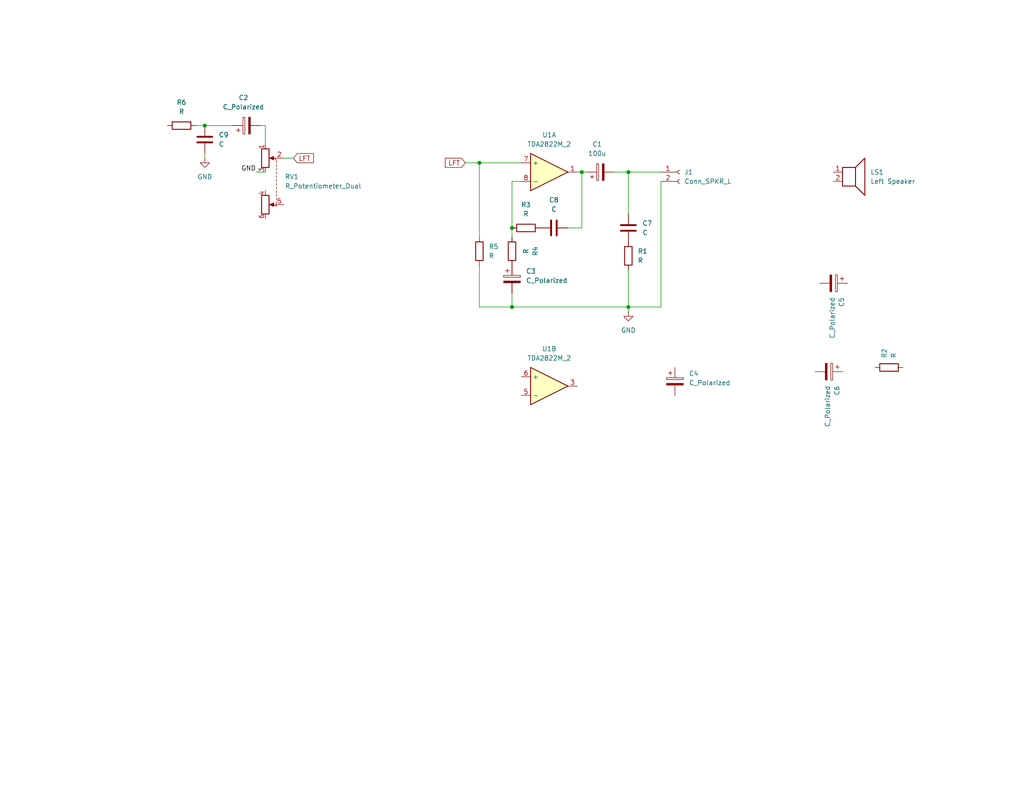
<source format=kicad_sch>
(kicad_sch (version 20250114) (generator "eeschema") (generator_version "9.0")
  (paper "USLetter")
  (title_block (title "Audio Amplifier") (date "2025-12-07") (rev "v1") (comment 1 "Alex B.") (comment 2 "Alexander"))
  (lib_symbols
    (symbol "Alexander Symbols Library:TDA2822M_2"
      (property "Reference" "U" (at 0 5.08 0))
      (property "Value" "TDA2822M_2" (at 0 -5.08 0))
      (symbol "TDA2822M_2_1_1"
        (polyline (pts (xy -5.08 5.08) (xy 5.08 0) (xy -5.08 -5.08) (xy -5.08 5.08)) (stroke (width 0.254)) (fill (type background)))
        (pin input line (at -7.62 2.54 0) (length 2.54) (name "+") (number "7"))
        (pin input line (at -7.62 -2.54 0) (length 2.54) (name "-") (number "8"))
        (pin output line (at 7.62 0 180) (length 2.54) (name "~") (number "1"))
      )
      (symbol "TDA2822M_2_2_1"
        (polyline (pts (xy -5.08 5.08) (xy 5.08 0) (xy -5.08 -5.08) (xy -5.08 5.08)) (stroke (width 0.254)) (fill (type background)))
        (pin input line (at -7.62 2.54 0) (length 2.54) (name "+") (number "6"))
        (pin input line (at -7.62 -2.54 0) (length 2.54) (name "-") (number "5"))
        (pin output line (at 7.62 0 180) (length 2.54) (name "~") (number "3"))
      )
    )
    (symbol "Connector:Conn_01x02_Socket" (pin_names (offset 1.016) (hide yes))
      (property "Reference" "J" (at 0 2.54 0))
      (property "Value" "Conn_01x02_Socket" (at 0 -5.08 0))
      (symbol "Conn_01x02_Socket_1_1"
        (polyline (pts (xy -1.27 0) (xy -0.508 0)) (stroke (width 0.1524)))
        (polyline (pts (xy -1.27 -2.54) (xy -0.508 -2.54)) (stroke (width 0.1524)))
        (arc (start 0 -0.508) (mid -0.5058 0) (end 0 0.508) (stroke (width 0.1524)))
        (arc (start 0 -3.048) (mid -0.5058 -2.54) (end 0 -2.032) (stroke (width 0.1524)))
        (pin passive line (at -5.08 0 0) (length 3.81) (name "Pin_1") (number "1"))
        (pin passive line (at -5.08 -2.54 0) (length 3.81) (name "Pin_2") (number "2"))
      )
    )
    (symbol "Device:C" (pin_numbers (hide yes)) (pin_names (offset 0.254))
      (property "Reference" "C" (at 0.635 2.54 0))
      (property "Value" "C" (at 0.635 -2.54 0))
      (symbol "C_0_1"
        (polyline (pts (xy -2.032 0.762) (xy 2.032 0.762)) (stroke (width 0.508)))
        (polyline (pts (xy -2.032 -0.762) (xy 2.032 -0.762)) (stroke (width 0.508)))
      )
      (symbol "C_1_1"
        (pin passive line (at 0 3.81 270) (length 2.794) (name "~") (number "1"))
        (pin passive line (at 0 -3.81 90) (length 2.794) (name "~") (number "2"))
      )
    )
    (symbol "Device:C_Polarized" (pin_numbers (hide yes)) (pin_names (offset 0.254))
      (property "Reference" "C" (at 0.635 2.54 0))
      (property "Value" "C_Polarized" (at 0.635 -2.54 0))
      (symbol "C_Polarized_0_1"
        (rectangle (start -2.286 0.508) (end 2.286 1.016))
        (polyline (pts (xy -1.778 2.286) (xy -0.762 2.286)))
        (polyline (pts (xy -1.27 2.794) (xy -1.27 1.778)))
        (rectangle (start 2.286 -0.508) (end -2.286 -1.016) (fill (type outline)))
      )
      (symbol "C_Polarized_1_1"
        (pin passive line (at 0 3.81 270) (length 2.794) (name "~") (number "1"))
        (pin passive line (at 0 -3.81 90) (length 2.794) (name "~") (number "2"))
      )
    )
    (symbol "Device:R" (pin_numbers (hide yes)) (pin_names (offset 0))
      (property "Reference" "R" (at 2.032 0 90))
      (property "Value" "R" (at 0 0 90))
      (symbol "R_0_1"
        (rectangle (start -1.016 -2.54) (end 1.016 2.54) (stroke (width 0.254)))
      )
      (symbol "R_1_1"
        (pin passive line (at 0 3.81 270) (length 1.27) (name "~") (number "1"))
        (pin passive line (at 0 -3.81 90) (length 1.27) (name "~") (number "2"))
      )
    )
    (symbol "Device:R_Potentiometer_Dual" (pin_names (offset 1.016) (hide yes))
      (property "Reference" "RV" (at 0 3.81 0))
      (property "Value" "R_Potentiometer_Dual" (at 0 1.905 0))
      (symbol "R_Potentiometer_Dual_0_1"
        (rectangle (start -8.89 -1.524) (end -3.81 -3.556) (stroke (width 0.254)))
        (polyline (pts (xy -6.35 0) (xy -6.35 -1.016)))
        (polyline (pts (xy -6.35 0) (xy -6.35 -1.016)))
        (polyline (pts (xy -6.35 0) (xy -5.842 0.508)))
        (polyline (pts (xy -6.35 -1.397) (xy -6.858 -0.254) (xy -5.842 -0.254) (xy -6.35 -1.397)) (fill (type outline)))
        (polyline (pts (xy -5.588 0.508) (xy -5.08 0.508)))
        (polyline (pts (xy -4.572 0.508) (xy -4.064 0.508)))
        (polyline (pts (xy -3.556 0.508) (xy -3.048 0.508)))
        (polyline (pts (xy -2.54 0.508) (xy -2.032 0.508)))
        (polyline (pts (xy -1.524 0.508) (xy -1.016 0.508)))
        (polyline (pts (xy -0.508 0.508) (xy 0 0.508)))
        (polyline (pts (xy 0.508 0.508) (xy 1.016 0.508)))
        (polyline (pts (xy 1.524 0.508) (xy 2.032 0.508)))
        (polyline (pts (xy 2.54 0.508) (xy 3.048 0.508)))
        (polyline (pts (xy 3.556 0.508) (xy 4.064 0.508)))
        (rectangle (start 3.81 -1.524) (end 8.89 -3.556) (stroke (width 0.254)))
        (polyline (pts (xy 4.572 0.508) (xy 5.08 0.508)))
        (polyline (pts (xy 5.588 0.508) (xy 6.096 0.508)))
        (polyline (pts (xy 6.35 0) (xy 6.35 -1.016)))
        (polyline (pts (xy 6.35 0) (xy 6.35 -1.016)))
        (polyline (pts (xy 6.35 -1.397) (xy 5.842 -0.254) (xy 6.858 -0.254) (xy 6.35 -1.397)) (fill (type outline)))
        (polyline (pts (xy 6.604 0.508) (xy 6.858 0.508) (xy 6.35 0)))
      )
      (symbol "R_Potentiometer_Dual_1_1"
        (pin passive line (at -10.16 -2.54 0) (length 1.27) (name "1") (number "1"))
        (pin passive line (at -6.35 2.54 270) (length 2.54) (name "2") (number "2"))
        (pin passive line (at -2.54 -2.54 180) (length 1.27) (name "3") (number "3"))
        (pin passive line (at 2.54 -2.54 0) (length 1.27) (name "4") (number "4"))
        (pin passive line (at 6.35 2.54 270) (length 2.54) (name "5") (number "5"))
        (pin passive line (at 10.16 -2.54 180) (length 1.27) (name "6") (number "6"))
      )
    )
    (symbol "Device:Speaker" (pin_names (offset 0) (hide yes))
      (property "Reference" "LS" (at 1.27 5.715 0))
      (property "Value" "Speaker" (at 1.27 3.81 0))
      (symbol "Speaker_0_0"
        (rectangle (start -2.54 1.27) (end 1.016 -3.81) (stroke (width 0.254)))
        (polyline (pts (xy 1.016 1.27) (xy 3.556 3.81) (xy 3.556 -6.35) (xy 1.016 -3.81)) (stroke (width 0.254)))
      )
      (symbol "Speaker_1_1"
        (pin input line (at -5.08 0 0) (length 2.54) (name "1") (number "1"))
        (pin input line (at -5.08 -2.54 0) (length 2.54) (name "2") (number "2"))
      )
    )
    (symbol "power:GND" (power) (pin_numbers (hide yes)) (pin_names (offset 0) (hide yes))
      (property "Value" "GND" (at 0 -3.81 0))
      (symbol "GND_0_1"
        (polyline (pts (xy 0 0) (xy 0 -1.27) (xy 1.27 -1.27) (xy 0 -2.54) (xy -1.27 -1.27) (xy 0 -1.27)))
      )
      (symbol "GND_1_1"
        (pin power_in line (at 0 0 270) (length 0) (name "~") (number "1"))
      )
    )
  )
  (junction (at 55.88 34.29))
  (junction (at 171.45 46.99))
  (junction (at 171.45 83.82))
  (junction (at 139.7 83.82))
  (junction (at 158.75 46.99))
  (junction (at 130.81 44.45))
  (junction (at 139.7 62.23))
  (wire (pts (xy 72.39 34.29) (xy 72.39 39.37)))
  (wire (pts (xy 171.45 73.66) (xy 171.45 83.82)))
  (wire (pts (xy 69.85 46.99) (xy 72.39 46.99)))
  (wire (pts (xy 171.45 46.99) (xy 171.45 58.42)))
  (wire (pts (xy 130.81 83.82) (xy 139.7 83.82)))
  (wire (pts (xy 55.88 41.91) (xy 55.88 43.18)))
  (wire (pts (xy 167.64 46.99) (xy 171.45 46.99)))
  (wire (pts (xy 53.34 34.29) (xy 55.88 34.29)))
  (wire (pts (xy 139.7 62.23) (xy 139.7 64.77)))
  (wire (pts (xy 139.7 80.01) (xy 139.7 83.82)))
  (wire (pts (xy 130.81 72.39) (xy 130.81 83.82)))
  (wire (pts (xy 180.34 49.53) (xy 180.34 83.82)))
  (wire (pts (xy 171.45 83.82) (xy 180.34 83.82)))
  (wire (pts (xy 154.94 62.23) (xy 158.75 62.23)))
  (wire (pts (xy 130.81 44.45) (xy 130.81 64.77)))
  (wire (pts (xy 130.81 44.45) (xy 142.24 44.45)))
  (wire (pts (xy 139.7 83.82) (xy 171.45 83.82)))
  (wire (pts (xy 158.75 46.99) (xy 160.02 46.99)))
  (wire (pts (xy 77.47 43.18) (xy 80.01 43.18)))
  (wire (pts (xy 55.88 34.29) (xy 63.5 34.29)))
  (wire (pts (xy 139.7 49.53) (xy 139.7 62.23)))
  (wire (pts (xy 158.75 62.23) (xy 158.75 46.99)))
  (wire (pts (xy 71.12 34.29) (xy 72.39 34.29)))
  (wire (pts (xy 127 44.45) (xy 130.81 44.45)))
  (wire (pts (xy 171.45 83.82) (xy 171.45 85.09)))
  (wire (pts (xy 139.7 49.53) (xy 142.24 49.53)))
  (wire (pts (xy 171.45 46.99) (xy 180.34 46.99)))
  (wire (pts (xy 157.48 46.99) (xy 158.75 46.99)))
  (label "GND" (at 69.85 46.99 180))
  (global_label "LFT" (shape input) (at 80.01 43.18 0) (property "Intersheetrefs" "${INTERSHEET_REFS}" (effects (hide yes))))
  (global_label "LFT" (shape input) (at 127 44.45 180) (property "Intersheetrefs" "${INTERSHEET_REFS}" (effects (hide yes))))
  (symbol (lib_id "Device:C_Polarized") (at 163.83 46.99 90) (unit 1)
    (property "Reference" "C1" (at 162.941 39.37 90))
    (property "Value" "100u" (at 162.941 41.91 90))
    (property "Description" "Polarized capacitor" (effects (hide yes)))
  )
  (symbol (lib_id "Device:R") (at 171.45 69.85 0) (unit 1)
    (property "Reference" "R1" (at 173.99 68.5799 0) (effects (justify left)))
    (property "Value" "R" (at 173.99 71.1199 0) (effects (justify left)))
    (property "Footprint" "Resistor_THT:R_Axial_DIN0204_L3.6mm_D1.6mm_P5.08mm_Vertical" (effects (hide yes)))
    (property "Description" "Resistor" (effects (hide yes)))
  )
  (symbol (lib_id "Device:R") (at 49.53 34.29 90) (unit 1)
    (property "Reference" "R6" (at 49.53 27.94 90))
    (property "Value" "R" (at 49.53 30.48 90))
    (property "Footprint" "Resistor_THT:R_Axial_DIN0204_L3.6mm_D1.6mm_P5.08mm_Vertical" (effects (hide yes)))
    (property "Description" "Resistor" (effects (hide yes)))
  )
  (symbol (lib_id "Alexander Symbols Library:TDA2822M_2") (at 149.86 105.41 0) (unit 2)
    (property "Reference" "U1" (at 149.86 95.25 0))
    (property "Value" "TDA2822M_2" (at 149.86 97.79 0))
    (property "Footprint" "Alexander Footprints Library:PDIP-8_STM" (effects (hide yes)))
    (property "Description" "Dual operational amplifier" (effects (hide yes)))
    (property "Sim.Library" "${KICAD9_SYMBOL_DIR}/Simulation_SPICE.sp" (effects (hide yes)))
    (property "Sim.Name" "kicad_builtin_opamp_dual" (effects (hide yes)))
    (property "Sim.Device" "SUBCKT" (effects (hide yes)))
    (property "Sim.Pins" "1=out1 2=in1- 3=in1+ 4=vee 5=in2+ 6=in2- 7=out2 8=vcc" (effects (hide yes)))
  )
  (symbol (lib_id "Device:C_Polarized") (at 139.7 76.2 0) (unit 1)
    (property "Reference" "C3" (at 143.51 74.0409 0) (effects (justify left)))
    (property "Value" "C_Polarized" (at 143.51 76.5809 0) (effects (justify left)))
    (property "Description" "Polarized capacitor" (effects (hide yes)))
  )
  (symbol (lib_id "Connector:Conn_01x02_Socket") (at 185.42 46.99 0) (unit 1)
    (property "Reference" "J1" (at 186.69 46.9899 0) (effects (justify left)))
    (property "Value" "Conn_SPKR_L" (at 186.69 49.5299 0) (effects (justify left)))
    (property "Footprint" "Connector_PinHeader_2.54mm:PinHeader_1x02_P2.54mm_Vertical" (effects (hide yes)))
    (property "Description" "Generic connector, single row, 01x02, script generated" (effects (hide yes)))
  )
  (symbol (lib_id "Device:C") (at 151.13 62.23 90) (mirror x) (unit 1)
    (property "Reference" "C8" (at 151.13 54.61 90))
    (property "Value" "C" (at 151.13 57.15 90))
    (property "Description" "Unpolarized capacitor" (effects (hide yes)))
  )
  (symbol (lib_id "Device:R_Potentiometer_Dual") (at 74.93 49.53 270) (unit 1)
    (property "Reference" "RV1" (at 77.724 48.26 90) (effects (justify left)))
    (property "Value" "R_Potentiometer_Dual" (at 77.724 50.8 90) (effects (justify left)))
    (property "Footprint" "Potentiometer_SMD:Potentiometer_Bourns_3224G_Horizontal" (effects (hide yes)))
    (property "Description" "Dual potentiometer" (effects (hide yes)))
  )
  (symbol (lib_id "Device:Speaker") (at 232.41 46.99 0) (unit 1) (in_bom no) (on_board no)
    (property "Reference" "LS1" (at 237.49 46.9899 0) (effects (justify left)))
    (property "Value" "Left Speaker" (at 237.49 49.5299 0) (effects (justify left)))
    (property "Description" "Speaker" (effects (hide yes)))
  )
  (symbol (lib_id "power:GND") (at 55.88 43.18 0) (unit 1)
    (property "Reference" "#PWR02" (effects (hide yes)))
    (property "Value" "GND" (at 55.88 48.26 0))
    (property "Description" "Power symbol creates a global label with name \"GND\" , ground" (effects (hide yes)))
  )
  (symbol (lib_id "Device:R") (at 242.57 100.33 90) (unit 1)
    (property "Reference" "R2" (at 241.2999 97.79 0) (effects (justify left)))
    (property "Value" "R" (at 243.8399 97.79 0) (effects (justify left)))
    (property "Footprint" "Resistor_THT:R_Axial_DIN0204_L3.6mm_D1.6mm_P5.08mm_Vertical" (effects (hide yes)))
    (property "Description" "Resistor" (effects (hide yes)))
  )
  (symbol (lib_id "Device:R") (at 130.81 68.58 0) (unit 1)
    (property "Reference" "R5" (at 133.35 67.3099 0) (effects (justify left)))
    (property "Value" "R" (at 133.35 69.8499 0) (effects (justify left)))
    (property "Footprint" "Resistor_THT:R_Axial_DIN0204_L3.6mm_D1.6mm_P5.08mm_Vertical" (effects (hide yes)))
    (property "Description" "Resistor" (effects (hide yes)))
  )
  (symbol (lib_id "Device:C_Polarized") (at 226.187 101.473 270) (unit 1)
    (property "Reference" "C6" (at 228.3461 105.283 0) (effects (justify left)))
    (property "Value" "C_Polarized" (at 225.8061 105.283 0) (effects (justify left)))
    (property "Description" "Polarized capacitor" (effects (hide yes)))
  )
  (symbol (lib_id "Device:C_Polarized") (at 184.15 104.14 0) (unit 1)
    (property "Reference" "C4" (at 187.96 101.9809 0) (effects (justify left)))
    (property "Value" "C_Polarized" (at 187.96 104.5209 0) (effects (justify left)))
    (property "Description" "Polarized capacitor" (effects (hide yes)))
  )
  (symbol (lib_id "Device:C") (at 55.88 38.1 0) (unit 1)
    (property "Reference" "C9" (at 59.69 36.8299 0) (effects (justify left)))
    (property "Value" "C" (at 59.69 39.3699 0) (effects (justify left)))
    (property "Description" "Unpolarized capacitor" (effects (hide yes)))
  )
  (symbol (lib_id "Device:R") (at 139.7 68.58 0) (mirror y) (unit 1)
    (property "Reference" "R4" (at 146.05 68.58 90))
    (property "Value" "R" (at 143.51 68.58 90))
    (property "Footprint" "Resistor_THT:R_Axial_DIN0204_L3.6mm_D1.6mm_P5.08mm_Vertical" (effects (hide yes)))
    (property "Description" "Resistor" (effects (hide yes)))
  )
  (symbol (lib_id "Device:C") (at 171.45 62.23 0) (unit 1)
    (property "Reference" "C7" (at 175.26 60.9599 0) (effects (justify left)))
    (property "Value" "C" (at 175.26 63.4999 0) (effects (justify left)))
    (property "Description" "Unpolarized capacitor" (effects (hide yes)))
  )
  (symbol (lib_id "Device:C_Polarized") (at 227.457 77.343 270) (unit 1)
    (property "Reference" "C5" (at 229.6161 81.153 0) (effects (justify left)))
    (property "Value" "C_Polarized" (at 227.0761 81.153 0) (effects (justify left)))
    (property "Description" "Polarized capacitor" (effects (hide yes)))
  )
  (symbol (lib_id "Alexander Symbols Library:TDA2822M_2") (at 149.86 46.99 0) (unit 1)
    (property "Reference" "U1" (at 149.86 36.83 0))
    (property "Value" "TDA2822M_2" (at 149.86 39.37 0))
    (property "Footprint" "Alexander Footprints Library:PDIP-8_STM" (effects (hide yes)))
    (property "Description" "Dual operational amplifier" (effects (hide yes)))
    (property "Sim.Library" "${KICAD9_SYMBOL_DIR}/Simulation_SPICE.sp" (effects (hide yes)))
    (property "Sim.Name" "kicad_builtin_opamp_dual" (effects (hide yes)))
    (property "Sim.Device" "SUBCKT" (effects (hide yes)))
    (property "Sim.Pins" "1=out1 2=in1- 3=in1+ 4=vee 5=in2+ 6=in2- 7=out2 8=vcc" (effects (hide yes)))
  )
  (symbol (lib_id "Device:R") (at 143.51 62.23 90) (mirror x) (unit 1)
    (property "Reference" "R3" (at 143.51 55.88 90))
    (property "Value" "R" (at 143.51 58.42 90))
    (property "Footprint" "Resistor_THT:R_Axial_DIN0204_L3.6mm_D1.6mm_P5.08mm_Vertical" (effects (hide yes)))
    (property "Description" "Resistor" (effects (hide yes)))
  )
  (symbol (lib_id "Device:C_Polarized") (at 67.31 34.29 90) (unit 1)
    (property "Reference" "C2" (at 66.421 26.67 90))
    (property "Value" "C_Polarized" (at 66.421 29.21 90))
    (property "Description" "Polarized capacitor" (effects (hide yes)))
  )
  (symbol (lib_id "power:GND") (at 171.45 85.09 0) (unit 1)
    (property "Reference" "#PWR01" (effects (hide yes)))
    (property "Value" "GND" (at 171.45 90.17 0))
    (property "Description" "Power symbol creates a global label with name \"GND\" , ground" (effects (hide yes)))
  )
)
</source>
